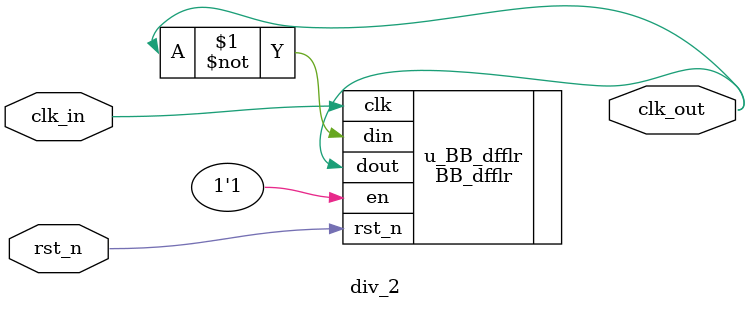
<source format=v>
module div_2
(
    input wire clk_in,
    input wire rst_n,
    output wire clk_out
);

    
    BB_dfflr #(
        .DW      ( 1 ),
        .RST_VAL ( 0 ))
    u_BB_dfflr (
        .clk                     ( clk_in),
        .rst_n                   ( rst_n   ),
        .en                      ( 1'b1    ),
        .din                     ( ~clk_out   ),
        .dout                    ( clk_out    )
    );


endmodule

</source>
